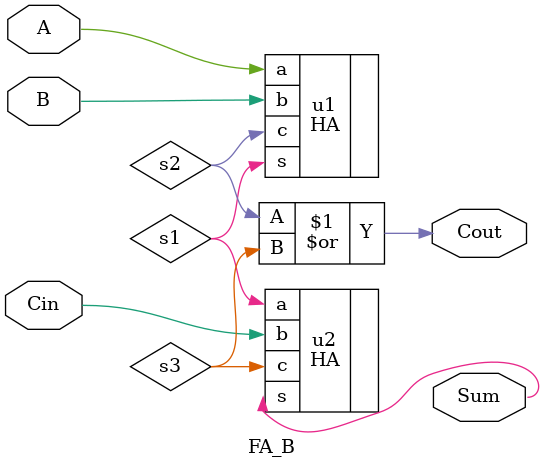
<source format=v>


module FA_B (Cin, A, B, Sum, Cout);

	input Cin, A, B;
	output Sum, Cout;
	wire s1, s2, s3;

	HA u1 ( .a(A), .s(s1), .b(B), .c(s2) );
	HA u2 ( .s(Sum), .c(s3), .a(s1), .b(Cin) );
	assign Cout = s2 | s3;
	
endmodule
</source>
